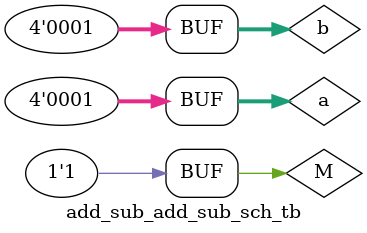
<source format=v>

`timescale 1ns / 1ps

module add_sub_add_sub_sch_tb();

// Inputs
   reg [3:0] a;
   reg [3:0] b;
   reg M;

// Output
   wire [4:0] s;
   wire sign;

// Bidirs

// Instantiate the UUT
   add_sub UUT (
		.a(a), 
		.b(b), 
		.s(s), 
		.M(M), 
		.sign(sign)
   );
// Initialize Inputs
  initial begin
		#20 a = 0; b = 15; M = 0;
		#20 a = 15; b = 0; M = 1;
		#20 a = 0; b = 15; M = 1;
		#20 a = 15; b = 0; M = 0;
		#20 a = 6; b = 9; M = 0;
		#20 a = 9; b = 6; M = 1;
		#20 a = 6; b = 9; M = 1;
		#20 a = 9; b = 6; M = 0;
		#20 a = 11; b = 12; M = 0;
		#20 a = 12; b = 11; M = 1;
		#20 a = 11; b = 12; M = 1;
		#20 a = 12; b = 11; M = 0;
		#20 a = 5; b = 7; M = 0;
		#20 a = 7; b = 5; M = 1;
		#20 a = 5; b = 7; M = 1;
		#20 a = 7; b = 5; M = 0;
		#20 a = 1; b = 1; M = 0;
		#20 a = 1; b = 1; M = 1;
   end
endmodule

</source>
